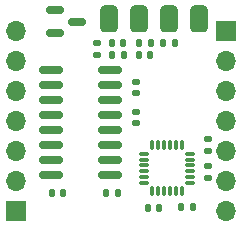
<source format=gbr>
%TF.GenerationSoftware,KiCad,Pcbnew,7.0.9*%
%TF.CreationDate,2023-12-20T22:05:47+01:00*%
%TF.ProjectId,powermeter,706f7765-726d-4657-9465-722e6b696361,rev?*%
%TF.SameCoordinates,Original*%
%TF.FileFunction,Soldermask,Top*%
%TF.FilePolarity,Negative*%
%FSLAX46Y46*%
G04 Gerber Fmt 4.6, Leading zero omitted, Abs format (unit mm)*
G04 Created by KiCad (PCBNEW 7.0.9) date 2023-12-20 22:05:47*
%MOMM*%
%LPD*%
G01*
G04 APERTURE LIST*
G04 Aperture macros list*
%AMRoundRect*
0 Rectangle with rounded corners*
0 $1 Rounding radius*
0 $2 $3 $4 $5 $6 $7 $8 $9 X,Y pos of 4 corners*
0 Add a 4 corners polygon primitive as box body*
4,1,4,$2,$3,$4,$5,$6,$7,$8,$9,$2,$3,0*
0 Add four circle primitives for the rounded corners*
1,1,$1+$1,$2,$3*
1,1,$1+$1,$4,$5*
1,1,$1+$1,$6,$7*
1,1,$1+$1,$8,$9*
0 Add four rect primitives between the rounded corners*
20,1,$1+$1,$2,$3,$4,$5,0*
20,1,$1+$1,$4,$5,$6,$7,0*
20,1,$1+$1,$6,$7,$8,$9,0*
20,1,$1+$1,$8,$9,$2,$3,0*%
G04 Aperture macros list end*
%ADD10RoundRect,0.135000X-0.135000X-0.185000X0.135000X-0.185000X0.135000X0.185000X-0.135000X0.185000X0*%
%ADD11RoundRect,0.140000X0.170000X-0.140000X0.170000X0.140000X-0.170000X0.140000X-0.170000X-0.140000X0*%
%ADD12RoundRect,0.135000X-0.185000X0.135000X-0.185000X-0.135000X0.185000X-0.135000X0.185000X0.135000X0*%
%ADD13RoundRect,0.140000X-0.140000X-0.170000X0.140000X-0.170000X0.140000X0.170000X-0.140000X0.170000X0*%
%ADD14RoundRect,0.140000X0.140000X0.170000X-0.140000X0.170000X-0.140000X-0.170000X0.140000X-0.170000X0*%
%ADD15RoundRect,0.150000X-0.587500X-0.150000X0.587500X-0.150000X0.587500X0.150000X-0.587500X0.150000X0*%
%ADD16R,1.700000X1.700000*%
%ADD17O,1.700000X1.700000*%
%ADD18RoundRect,0.381000X0.381000X-0.762000X0.381000X0.762000X-0.381000X0.762000X-0.381000X-0.762000X0*%
%ADD19RoundRect,0.140000X-0.170000X0.140000X-0.170000X-0.140000X0.170000X-0.140000X0.170000X0.140000X0*%
%ADD20RoundRect,0.135000X0.185000X-0.135000X0.185000X0.135000X-0.185000X0.135000X-0.185000X-0.135000X0*%
%ADD21RoundRect,0.150000X0.850000X0.150000X-0.850000X0.150000X-0.850000X-0.150000X0.850000X-0.150000X0*%
%ADD22RoundRect,0.075000X-0.075000X0.350000X-0.075000X-0.350000X0.075000X-0.350000X0.075000X0.350000X0*%
%ADD23RoundRect,0.075000X-0.350000X-0.075000X0.350000X-0.075000X0.350000X0.075000X-0.350000X0.075000X0*%
G04 APERTURE END LIST*
D10*
%TO.C,R6*%
X64262000Y-44704000D03*
X65282000Y-44704000D03*
%TD*%
D11*
%TO.C,C7*%
X61976000Y-51521000D03*
X61976000Y-50561000D03*
%TD*%
D12*
%TO.C,R2*%
X58674000Y-44704000D03*
X58674000Y-45724000D03*
%TD*%
D10*
%TO.C,R3*%
X59942000Y-45720000D03*
X60962000Y-45720000D03*
%TD*%
D13*
%TO.C,C8*%
X63020000Y-58674000D03*
X63980000Y-58674000D03*
%TD*%
D14*
%TO.C,C5*%
X66802000Y-58646000D03*
X65842000Y-58646000D03*
%TD*%
D15*
%TO.C,Q1*%
X55118000Y-41976000D03*
X55118000Y-43876000D03*
X56993000Y-42926000D03*
%TD*%
D13*
%TO.C,C4*%
X59944000Y-44704000D03*
X60904000Y-44704000D03*
%TD*%
D12*
%TO.C,R4*%
X68072000Y-52832000D03*
X68072000Y-53852000D03*
%TD*%
D16*
%TO.C,J3*%
X51816000Y-58928000D03*
D17*
X51816000Y-56388000D03*
X51816000Y-53848000D03*
X51816000Y-51308000D03*
X51816000Y-48768000D03*
X51816000Y-46228000D03*
X51816000Y-43688000D03*
%TD*%
D10*
%TO.C,R1*%
X62230000Y-44704000D03*
X63250000Y-44704000D03*
%TD*%
D18*
%TO.C,J1*%
X59690000Y-42672000D03*
X62230000Y-42672000D03*
X64770000Y-42672000D03*
X67310000Y-42672000D03*
%TD*%
D13*
%TO.C,C3*%
X54864000Y-57404000D03*
X55824000Y-57404000D03*
%TD*%
D19*
%TO.C,C2*%
X61976000Y-48006000D03*
X61976000Y-48966000D03*
%TD*%
D20*
%TO.C,R5*%
X68072000Y-56134000D03*
X68072000Y-55114000D03*
%TD*%
D21*
%TO.C,U2*%
X59827000Y-55880000D03*
X59827000Y-54610000D03*
X59827000Y-53340000D03*
X59827000Y-52070000D03*
X59827000Y-50800000D03*
X59827000Y-49530000D03*
X59827000Y-48260000D03*
X59827000Y-46990000D03*
X54827000Y-46990000D03*
X54827000Y-48260000D03*
X54827000Y-49530000D03*
X54827000Y-50800000D03*
X54827000Y-52070000D03*
X54827000Y-53340000D03*
X54827000Y-54610000D03*
X54827000Y-55880000D03*
%TD*%
D14*
%TO.C,C6*%
X60452000Y-57404000D03*
X59492000Y-57404000D03*
%TD*%
D22*
%TO.C,U3*%
X65848000Y-53410000D03*
X65348000Y-53410000D03*
X64848000Y-53410000D03*
X64348000Y-53410000D03*
X63848000Y-53410000D03*
X63348000Y-53410000D03*
D23*
X62648000Y-54110000D03*
X62648000Y-54610000D03*
X62648000Y-55110000D03*
X62648000Y-55610000D03*
X62648000Y-56110000D03*
X62648000Y-56610000D03*
D22*
X63348000Y-57310000D03*
X63848000Y-57310000D03*
X64348000Y-57310000D03*
X64848000Y-57310000D03*
X65348000Y-57310000D03*
X65848000Y-57310000D03*
D23*
X66548000Y-56610000D03*
X66548000Y-56110000D03*
X66548000Y-55610000D03*
X66548000Y-55110000D03*
X66548000Y-54610000D03*
X66548000Y-54110000D03*
%TD*%
D13*
%TO.C,C1*%
X62230000Y-45720000D03*
X63190000Y-45720000D03*
%TD*%
D16*
%TO.C,J2*%
X69596000Y-43688000D03*
D17*
X69596000Y-46228000D03*
X69596000Y-48768000D03*
X69596000Y-51308000D03*
X69596000Y-53848000D03*
X69596000Y-56388000D03*
X69596000Y-58928000D03*
%TD*%
M02*

</source>
